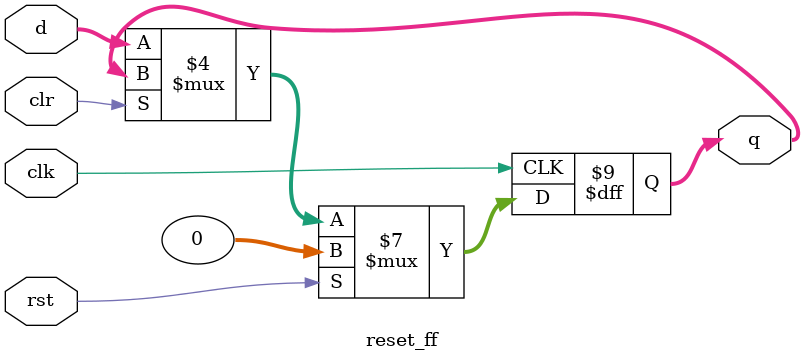
<source format=v>


module reset_ff #(parameter WIDTH = 32) (
    input       clk, rst, clr,
    input       [WIDTH-1:0] d,
    output reg  [WIDTH-1:0] q
);

initial begin
    q = 0;
end

always @(posedge clk) begin
    if (rst) q <= 0;
    else if (!clr) q <= d;
end

endmodule

</source>
